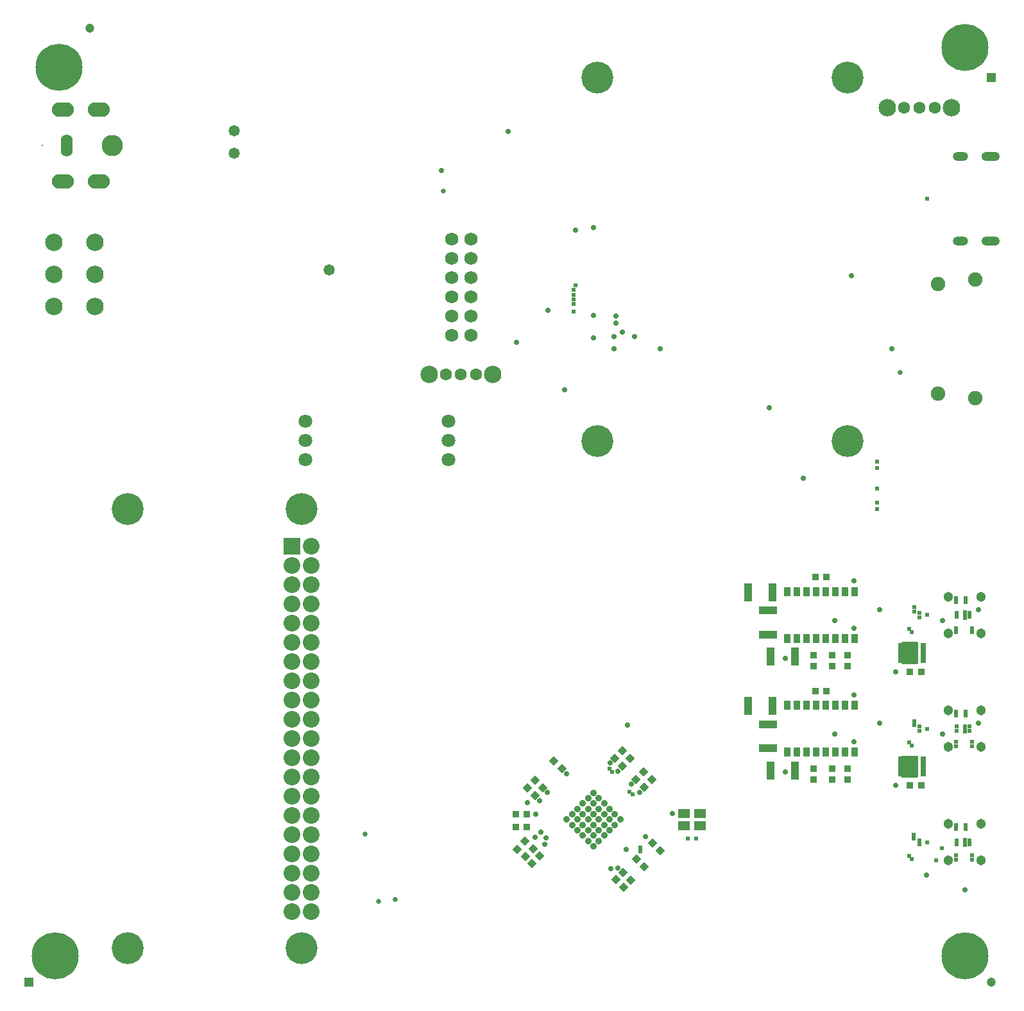
<source format=gbr>
%TF.GenerationSoftware,Altium Limited,Altium Designer,22.1.2 (22)*%
G04 Layer_Color=16711935*
%FSLAX26Y26*%
%MOIN*%
%TF.SameCoordinates,4DF63D30-2817-4CE9-9CB3-8786E99D956B*%
%TF.FilePolarity,Negative*%
%TF.FileFunction,Soldermask,Bot*%
%TF.Part,Single*%
G01*
G75*
%TA.AperFunction,SMDPad,CuDef*%
%ADD28R,0.033465X0.035433*%
%ADD29R,0.023622X0.023622*%
%ADD40R,0.035433X0.033465*%
%ADD48R,0.043307X0.094488*%
G04:AMPARAMS|DCode=91|XSize=33.465mil|YSize=35.433mil|CornerRadius=0mil|HoleSize=0mil|Usage=FLASHONLY|Rotation=225.000|XOffset=0mil|YOffset=0mil|HoleType=Round|Shape=Rectangle|*
%AMROTATEDRECTD91*
4,1,4,-0.000696,0.024359,0.024359,-0.000696,0.000696,-0.024359,-0.024359,0.000696,-0.000696,0.024359,0.0*
%
%ADD91ROTATEDRECTD91*%

G04:AMPARAMS|DCode=92|XSize=33.465mil|YSize=35.433mil|CornerRadius=0mil|HoleSize=0mil|Usage=FLASHONLY|Rotation=315.000|XOffset=0mil|YOffset=0mil|HoleType=Round|Shape=Rectangle|*
%AMROTATEDRECTD92*
4,1,4,-0.024359,-0.000696,0.000696,0.024359,0.024359,0.000696,-0.000696,-0.024359,-0.024359,-0.000696,0.0*
%
%ADD92ROTATEDRECTD92*%

%ADD93R,0.094488X0.043307*%
%ADD103R,0.037921X0.051307*%
%ADD104R,0.026504X0.027685*%
%TA.AperFunction,FiducialPad,Global*%
%ADD105R,0.047370X0.047370*%
%ADD106C,0.047370*%
%TA.AperFunction,SMDPad,CuDef*%
%ADD107R,0.059181X0.051307*%
%TA.AperFunction,ComponentPad*%
%ADD108O,0.078866X0.047370*%
%ADD109O,0.094614X0.047370*%
%ADD110C,0.051307*%
%ADD111C,0.090677*%
%ADD112R,0.086740X0.086740*%
%ADD113C,0.086740*%
%ADD114O,0.114299X0.074929*%
%ADD115C,0.110362*%
%ADD116O,0.063118X0.114299*%
%ADD117C,0.008000*%
%ADD118C,0.063118*%
%ADD119C,0.070992*%
%ADD120C,0.244220*%
%ADD121C,0.074929*%
%ADD122C,0.165480*%
%ADD123C,0.068000*%
%TA.AperFunction,ViaPad*%
%ADD124C,0.023748*%
%ADD125C,0.035559*%
%ADD126C,0.025716*%
%ADD127C,0.027685*%
%ADD128C,0.058000*%
G36*
X5658004Y2222478D02*
X5658518Y2222376D01*
X5659014Y2222207D01*
X5659485Y2221975D01*
X5659921Y2221684D01*
X5660315Y2221338D01*
X5660661Y2220944D01*
X5660952Y2220508D01*
X5661184Y2220038D01*
X5661352Y2219541D01*
X5661455Y2219027D01*
X5661489Y2218504D01*
Y2112205D01*
X5661455Y2111682D01*
X5661352Y2111167D01*
X5661184Y2110671D01*
X5660952Y2110200D01*
X5660661Y2109764D01*
X5660315Y2109370D01*
X5659921Y2109024D01*
X5659485Y2108733D01*
X5659014Y2108501D01*
X5658518Y2108333D01*
X5658004Y2108230D01*
X5657480Y2108196D01*
X5580709D01*
X5580185Y2108230D01*
X5579671Y2108333D01*
X5579175Y2108501D01*
X5578704Y2108733D01*
X5578268Y2109024D01*
X5577874Y2109370D01*
X5577529Y2109764D01*
X5577237Y2110200D01*
X5577005Y2110671D01*
X5576837Y2111167D01*
X5576734Y2111682D01*
X5576700Y2112205D01*
Y2218504D01*
X5576734Y2219027D01*
X5576837Y2219541D01*
X5577005Y2220038D01*
X5577237Y2220508D01*
X5577529Y2220944D01*
X5577874Y2221338D01*
X5578268Y2221684D01*
X5578704Y2221975D01*
X5579175Y2222207D01*
X5579671Y2222376D01*
X5580185Y2222478D01*
X5580709Y2222512D01*
X5657480D01*
X5658004Y2222478D01*
D02*
G37*
G36*
Y2813029D02*
X5658518Y2812927D01*
X5659014Y2812759D01*
X5659485Y2812527D01*
X5659921Y2812235D01*
X5660315Y2811890D01*
X5660661Y2811495D01*
X5660952Y2811059D01*
X5661184Y2810589D01*
X5661352Y2810093D01*
X5661455Y2809578D01*
X5661489Y2809055D01*
Y2702756D01*
X5661455Y2702233D01*
X5661352Y2701718D01*
X5661184Y2701222D01*
X5660952Y2700752D01*
X5660661Y2700316D01*
X5660315Y2699921D01*
X5659921Y2699576D01*
X5659485Y2699284D01*
X5659014Y2699052D01*
X5658518Y2698884D01*
X5658004Y2698782D01*
X5657480Y2698747D01*
X5580709D01*
X5580185Y2698782D01*
X5579671Y2698884D01*
X5579175Y2699052D01*
X5578704Y2699284D01*
X5578268Y2699576D01*
X5577874Y2699921D01*
X5577529Y2700316D01*
X5577237Y2700752D01*
X5577005Y2701222D01*
X5576837Y2701718D01*
X5576734Y2702233D01*
X5576700Y2702756D01*
Y2809055D01*
X5576734Y2809578D01*
X5576837Y2810093D01*
X5577005Y2810589D01*
X5577237Y2811059D01*
X5577529Y2811495D01*
X5577874Y2811890D01*
X5578268Y2812235D01*
X5578704Y2812527D01*
X5579175Y2812759D01*
X5579671Y2812927D01*
X5580185Y2813029D01*
X5580709Y2813064D01*
X5657480D01*
X5658004Y2813029D01*
D02*
G37*
D28*
X5678150Y2066929D02*
D03*
X5621063D02*
D03*
X5678150Y2657480D02*
D03*
X5621063D02*
D03*
X5128937Y2559055D02*
D03*
X5186024D02*
D03*
X5128937Y3149606D02*
D03*
X5186024D02*
D03*
X3573819Y1917323D02*
D03*
X3630905D02*
D03*
X3573819Y1850394D02*
D03*
X3630905D02*
D03*
D29*
X4466535Y1791339D02*
D03*
X4509842D02*
D03*
D40*
X5295276Y2154528D02*
D03*
Y2097441D02*
D03*
X5118110Y2154528D02*
D03*
Y2097441D02*
D03*
X5216535Y2154528D02*
D03*
Y2097441D02*
D03*
X5295276Y2745079D02*
D03*
Y2687992D02*
D03*
X5118110Y2745079D02*
D03*
Y2687992D02*
D03*
X5216535Y2745079D02*
D03*
Y2687992D02*
D03*
D48*
X5023622Y2736220D02*
D03*
X4897638D02*
D03*
X5023622Y2145669D02*
D03*
X4897638D02*
D03*
X4905512Y2480315D02*
D03*
X4779528D02*
D03*
X4905512Y3070866D02*
D03*
X4779528D02*
D03*
D91*
X3618608Y1776089D02*
D03*
X3578242Y1735722D02*
D03*
X4239659Y2058557D02*
D03*
X4280026Y2098923D02*
D03*
X4196352Y2097927D02*
D03*
X4236719Y2138293D02*
D03*
X4125486Y2168793D02*
D03*
X4165852Y2209160D02*
D03*
X4086116Y2208163D02*
D03*
X4126482Y2248530D02*
D03*
X3661916Y1736719D02*
D03*
X3621549Y1696352D02*
D03*
X3697349Y1701285D02*
D03*
X3656982Y1660919D02*
D03*
D92*
X4129423Y1614671D02*
D03*
X4169789Y1574305D02*
D03*
X4282966Y1768215D02*
D03*
X4323333Y1727848D02*
D03*
X3811522Y2153045D02*
D03*
X3771155Y2193412D02*
D03*
X3713097Y2054620D02*
D03*
X3672730Y2094986D02*
D03*
X3673727Y2015250D02*
D03*
X3633360Y2055616D02*
D03*
X4200289Y1685537D02*
D03*
X4240656Y1645171D02*
D03*
X4093990Y1579238D02*
D03*
X4134356Y1538872D02*
D03*
D93*
X4881890Y2385827D02*
D03*
Y2259843D02*
D03*
Y2976378D02*
D03*
Y2850394D02*
D03*
D103*
X5332480Y3074803D02*
D03*
X5282480D02*
D03*
X5232480D02*
D03*
X5182480D02*
D03*
X4982480D02*
D03*
X5032480D02*
D03*
X5082480D02*
D03*
X5132480D02*
D03*
X4982480Y2830709D02*
D03*
X5032480D02*
D03*
X5082480D02*
D03*
X5132480D02*
D03*
X5332480D02*
D03*
X5282480D02*
D03*
X5232480D02*
D03*
X5182480D02*
D03*
X5332480Y2484252D02*
D03*
X5282480D02*
D03*
X5232480D02*
D03*
X5182480D02*
D03*
X4982480D02*
D03*
X5032480D02*
D03*
X5082480D02*
D03*
X5132480D02*
D03*
X4982480Y2240157D02*
D03*
X5032480D02*
D03*
X5082480D02*
D03*
X5132480D02*
D03*
X5332480D02*
D03*
X5282480D02*
D03*
X5232480D02*
D03*
X5182480D02*
D03*
D104*
X5571850Y2794291D02*
D03*
X5687992Y2717520D02*
D03*
Y2743110D02*
D03*
Y2768701D02*
D03*
Y2794291D02*
D03*
X5571850Y2768701D02*
D03*
Y2743110D02*
D03*
Y2717520D02*
D03*
Y2203740D02*
D03*
X5687992Y2126968D02*
D03*
Y2152559D02*
D03*
Y2178150D02*
D03*
Y2203740D02*
D03*
X5571850Y2178150D02*
D03*
Y2152559D02*
D03*
Y2126968D02*
D03*
D105*
X6043307Y5748032D02*
D03*
X1043307Y1043307D02*
D03*
D106*
X1358268Y6003937D02*
D03*
X6043307Y1043307D02*
D03*
D107*
X4529528Y1922244D02*
D03*
X4446850D02*
D03*
Y1857284D02*
D03*
X4529528D02*
D03*
D108*
X5881890Y5339370D02*
D03*
Y4896850D02*
D03*
D109*
X6039370Y5339370D02*
D03*
Y4896850D02*
D03*
D110*
X5820866Y2858268D02*
D03*
Y3047244D02*
D03*
X5990158D02*
D03*
Y2858268D02*
D03*
X5820866Y1677165D02*
D03*
Y1866142D02*
D03*
X5990158D02*
D03*
Y1677165D02*
D03*
X5820866Y2267716D02*
D03*
Y2456693D02*
D03*
X5990158D02*
D03*
Y2267716D02*
D03*
D111*
X1387795Y4889764D02*
D03*
Y4724409D02*
D03*
Y4559055D02*
D03*
X1171260Y4889764D02*
D03*
Y4724409D02*
D03*
Y4559055D02*
D03*
X5834646Y5590551D02*
D03*
X5503937D02*
D03*
X3122047Y4204724D02*
D03*
X3452756D02*
D03*
D112*
X2410866Y3312205D02*
D03*
D113*
X2510866D02*
D03*
X2410866Y3212205D02*
D03*
X2510866D02*
D03*
X2410866Y3112205D02*
D03*
X2510866D02*
D03*
X2410866Y3012205D02*
D03*
X2510866D02*
D03*
X2410866Y2912205D02*
D03*
X2510866D02*
D03*
X2410866Y2812205D02*
D03*
X2510866D02*
D03*
X2410866Y2712205D02*
D03*
X2510866D02*
D03*
X2410866Y2612205D02*
D03*
X2510866D02*
D03*
X2410866Y2512205D02*
D03*
X2510866D02*
D03*
X2410866Y2412205D02*
D03*
X2510866D02*
D03*
X2410866Y2312205D02*
D03*
X2510866D02*
D03*
X2410866Y2212205D02*
D03*
X2510866D02*
D03*
X2410866Y2112205D02*
D03*
X2510866D02*
D03*
X2410866Y2012205D02*
D03*
X2510866D02*
D03*
X2410866Y1912205D02*
D03*
X2510866D02*
D03*
X2410866Y1812205D02*
D03*
X2510866D02*
D03*
X2410866Y1712205D02*
D03*
X2510866D02*
D03*
X2410866Y1612205D02*
D03*
X2510866D02*
D03*
X2410866Y1512205D02*
D03*
X2510866D02*
D03*
X2410866Y1412205D02*
D03*
X2510866D02*
D03*
D114*
X1405512Y5206693D02*
D03*
Y5580709D02*
D03*
X1220472D02*
D03*
Y5206693D02*
D03*
D115*
X1476378Y5393701D02*
D03*
D116*
X1240158D02*
D03*
D117*
X1112205D02*
D03*
D118*
X5590551Y5590551D02*
D03*
X5669291D02*
D03*
X5748032D02*
D03*
X3366142Y4204724D02*
D03*
X3287402D02*
D03*
X3208661D02*
D03*
D119*
X3224409Y3962205D02*
D03*
Y3862205D02*
D03*
Y3762205D02*
D03*
X2480315Y3962205D02*
D03*
Y3862205D02*
D03*
Y3762205D02*
D03*
D120*
X5905512Y5905512D02*
D03*
X1181102Y1181102D02*
D03*
X1200000Y5800000D02*
D03*
X5905512Y1181102D02*
D03*
D121*
X5767717Y4675197D02*
D03*
X5960630Y4698819D02*
D03*
X5767717Y4104331D02*
D03*
X5960630Y4080709D02*
D03*
D122*
X2460630Y3503937D02*
D03*
X3996063Y3858268D02*
D03*
X5295276D02*
D03*
X3996063Y5748032D02*
D03*
X5295276D02*
D03*
X1555118Y3503937D02*
D03*
X2460630Y1220472D02*
D03*
X1555118D02*
D03*
D123*
X3239961Y4406299D02*
D03*
X3339961D02*
D03*
X3239961Y4806299D02*
D03*
X3339961D02*
D03*
Y4906299D02*
D03*
X3239961D02*
D03*
Y4706299D02*
D03*
X3339961D02*
D03*
X3239961Y4606299D02*
D03*
X3339961D02*
D03*
X3239961Y4506299D02*
D03*
X3339961D02*
D03*
D124*
X5860236Y2884252D02*
D03*
Y2863583D02*
D03*
X4162939Y2035992D02*
D03*
X4178220Y2020850D02*
D03*
X3872000Y4596000D02*
D03*
X3873000Y4619000D02*
D03*
X5943558Y1703937D02*
D03*
Y1682205D02*
D03*
X5860236Y2293898D02*
D03*
Y2272441D02*
D03*
X5908331Y3020866D02*
D03*
Y3041732D02*
D03*
Y2430709D02*
D03*
Y2451575D02*
D03*
Y1860827D02*
D03*
Y1839961D02*
D03*
X5860236Y1682205D02*
D03*
Y1703937D02*
D03*
X5863000Y1761024D02*
D03*
Y1782614D02*
D03*
X5930000Y1761614D02*
D03*
Y1782480D02*
D03*
X5863000Y2352165D02*
D03*
Y2373032D02*
D03*
X5930000Y2352165D02*
D03*
Y2373032D02*
D03*
Y2964488D02*
D03*
Y2943780D02*
D03*
X5863000Y2964488D02*
D03*
Y2943780D02*
D03*
X3871877Y4644486D02*
D03*
X3873648Y4569883D02*
D03*
X3871458Y4531705D02*
D03*
X5642204Y2381299D02*
D03*
Y2402165D02*
D03*
X5629331Y1684646D02*
D03*
X5614724Y1699803D02*
D03*
X5629252Y2275276D02*
D03*
X5614803Y2290276D02*
D03*
X5668678Y1760630D02*
D03*
Y1782677D02*
D03*
Y2351968D02*
D03*
Y2372835D02*
D03*
X5860236Y1839961D02*
D03*
Y1860827D02*
D03*
Y2430709D02*
D03*
Y2451575D02*
D03*
X5943558Y2293898D02*
D03*
Y2272441D02*
D03*
X5640000Y1789764D02*
D03*
X5640986Y1812205D02*
D03*
X4220472Y1744685D02*
D03*
Y1724016D02*
D03*
X5668678Y2962795D02*
D03*
Y2941929D02*
D03*
X4072323Y2138307D02*
D03*
X4058780Y2154016D02*
D03*
X5943558Y2863583D02*
D03*
Y2884252D02*
D03*
X5860236Y3041732D02*
D03*
Y3020866D02*
D03*
X5614724Y2880905D02*
D03*
X5629331Y2865748D02*
D03*
X5642204Y2993110D02*
D03*
Y2972244D02*
D03*
X5755905Y1677165D02*
D03*
X5787402Y1740158D02*
D03*
X3881890Y4669291D02*
D03*
X5448819Y3751968D02*
D03*
Y3716535D02*
D03*
Y3610236D02*
D03*
Y3539370D02*
D03*
Y3503937D02*
D03*
X5708661Y1771653D02*
D03*
Y2952756D02*
D03*
Y2362205D02*
D03*
Y5118110D02*
D03*
X5905512Y1771653D02*
D03*
Y1757874D02*
D03*
Y1785433D02*
D03*
Y2952756D02*
D03*
Y2938976D02*
D03*
Y2966535D02*
D03*
Y2375984D02*
D03*
Y2348425D02*
D03*
Y2362205D02*
D03*
D125*
X3976378Y1861925D02*
D03*
X3948539Y1834086D02*
D03*
X3920700Y1806247D02*
D03*
X3948539Y1889764D02*
D03*
X3920700Y1861925D02*
D03*
X3892861Y1834086D02*
D03*
X3920700Y1917603D02*
D03*
X3892861Y1889764D02*
D03*
X3865023Y1861925D02*
D03*
X3892861Y1945441D02*
D03*
X3865023Y1917603D02*
D03*
X3837184Y1889764D02*
D03*
X4004217Y1834086D02*
D03*
X3976378Y1806247D02*
D03*
X3948539Y1778408D02*
D03*
X3976378Y1750570D02*
D03*
X4004217Y1778408D02*
D03*
X4032056Y1806247D02*
D03*
X3976378Y1917603D02*
D03*
X4004217Y1945441D02*
D03*
X4032056Y1973280D02*
D03*
X4004217Y1889764D02*
D03*
X4032056Y1917603D02*
D03*
X4059894Y1945441D02*
D03*
X4032056Y1861925D02*
D03*
X4059894Y1889764D02*
D03*
X4087733Y1917603D02*
D03*
X4059894Y1834086D02*
D03*
X4087733Y1861925D02*
D03*
X4115572Y1889764D02*
D03*
X3948539Y1945441D02*
D03*
X3976378Y1973280D02*
D03*
X4004217Y2001119D02*
D03*
X3976378Y2028958D02*
D03*
X3948539Y2001119D02*
D03*
X3920700Y1973280D02*
D03*
D126*
X5568000Y4213000D02*
D03*
X3195000Y5158000D02*
D03*
X2859000Y1466000D02*
D03*
X2790000Y1815000D02*
D03*
X2946000Y1474000D02*
D03*
D127*
X3672000Y1798000D02*
D03*
X4246000Y1801000D02*
D03*
X5231000Y2923551D02*
D03*
Y2333000D02*
D03*
X3531496Y5468504D02*
D03*
X3185039Y5263779D02*
D03*
X3701772Y1822835D02*
D03*
X5314961Y4716535D02*
D03*
X5527559Y4338583D02*
D03*
X5905512Y1523622D02*
D03*
X5704724Y1602362D02*
D03*
X5066929Y3665354D02*
D03*
X4889764Y4031496D02*
D03*
X3881890Y4952756D02*
D03*
X3739173Y4537402D02*
D03*
X3574803Y4370079D02*
D03*
X4127134Y4423000D02*
D03*
X3826772Y4125984D02*
D03*
X3976378Y4393701D02*
D03*
X4385827Y1921260D02*
D03*
X5330709Y2295276D02*
D03*
Y2885827D02*
D03*
Y3129921D02*
D03*
Y2539370D02*
D03*
X5547244Y2066929D02*
D03*
X4972441Y2137795D02*
D03*
Y2728347D02*
D03*
X5547244Y2657480D02*
D03*
X4082677Y4338583D02*
D03*
X4322835D02*
D03*
X4082677Y4401575D02*
D03*
X4188976D02*
D03*
X4153543Y2381890D02*
D03*
X3631890Y1978347D02*
D03*
X3677165Y1917323D02*
D03*
X3728347Y1795276D02*
D03*
X3724078Y1762205D02*
D03*
X4066929Y1632953D02*
D03*
X4146000Y1734000D02*
D03*
X3834900Y2128144D02*
D03*
X3737464Y2030708D02*
D03*
X3695706Y1988950D02*
D03*
X4103936Y1637464D02*
D03*
X4214758Y2031242D02*
D03*
X4061645Y2184355D02*
D03*
X4103403Y2142597D02*
D03*
X4173000Y2073000D02*
D03*
X5788000Y2924102D02*
D03*
X5975000Y2982102D02*
D03*
X5464000Y2982551D02*
D03*
Y2392000D02*
D03*
X4092056Y4506229D02*
D03*
X4091413Y4469413D02*
D03*
X3977000Y4512000D02*
D03*
X3976000Y4968000D02*
D03*
X5975000Y2391551D02*
D03*
X5788000Y2333551D02*
D03*
D128*
X2602000Y4749000D02*
D03*
X2110236Y5472441D02*
D03*
Y5354331D02*
D03*
%TF.MD5,1ead51b5ee2358f56bf7772edb09eead*%
M02*

</source>
